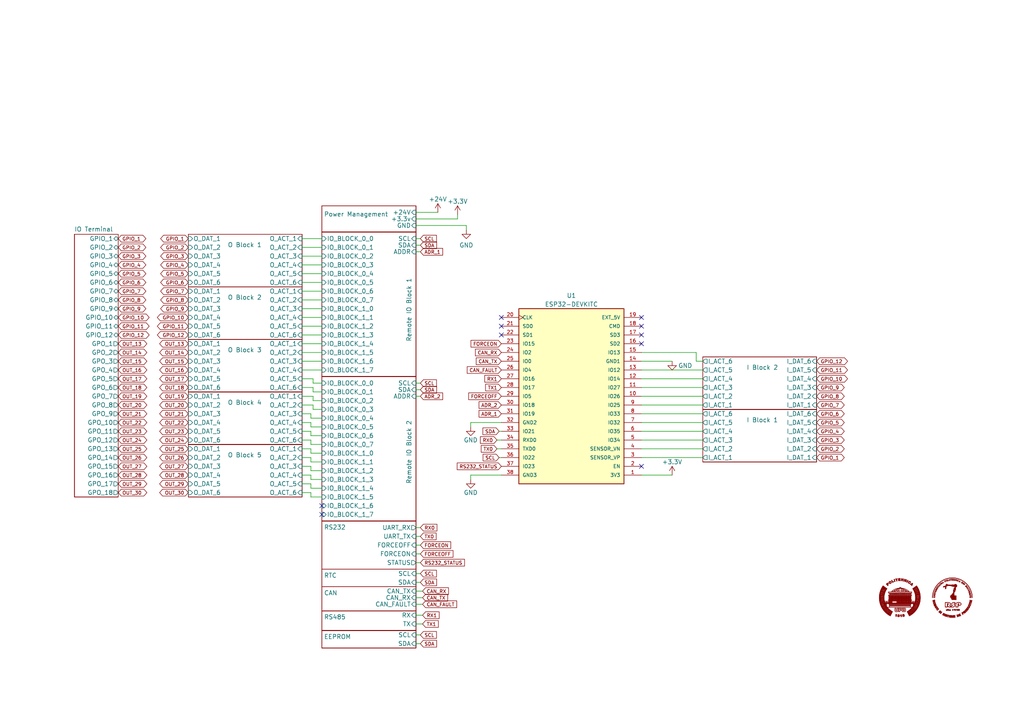
<source format=kicad_sch>
(kicad_sch (version 20230121) (generator eeschema)
  (paper "A4")
  (title_block (title "PLC CIM") (date "2023-04-23") (rev "1") (company "UPB - FIIR - Roboți și sisteme de producție") (comment 1 "Alexandru-Ioan Anastasiu"))
  (lib_symbols
    (symbol "ESP32-DEVKITC:ESP32-DEVKITC" (pin_names (offset 1.016))
      (property "Reference" "U" (at -15.2572 26.0643 0))
      (property "Value" "ESP32-DEVKITC" (at -15.2563 -27.9698 0))
      (symbol "ESP32-DEVKITC_0_0"
        (pin power_in line (at -20.32 22.86 0) (length 5.08) (name "3V3") (number "1"))
        (pin bidirectional line (at -20.32 0 0) (length 5.08) (name "IO26") (number "10"))
        (pin bidirectional line (at -20.32 -2.54 0) (length 5.08) (name "IO27") (number "11"))
        (pin bidirectional line (at -20.32 -5.08 0) (length 5.08) (name "IO14") (number "12"))
        (pin bidirectional line (at -20.32 -7.62 0) (length 5.08) (name "IO12") (number "13"))
        (pin power_in line (at -20.32 -10.16 0) (length 5.08) (name "GND1") (number "14"))
        (pin bidirectional line (at -20.32 -12.7 0) (length 5.08) (name "IO13") (number "15"))
        (pin bidirectional line (at -20.32 -15.24 0) (length 5.08) (name "SD2") (number "16"))
        (pin bidirectional line (at -20.32 -17.78 0) (length 5.08) (name "SD3") (number "17"))
        (pin bidirectional line (at -20.32 -20.32 0) (length 5.08) (name "CMD") (number "18"))
        (pin power_in line (at -20.32 -22.86 0) (length 5.08) (name "EXT_5V") (number "19"))
        (pin input line (at -20.32 20.32 0) (length 5.08) (name "EN") (number "2"))
        (pin input clock (at 20.32 -22.86 180) (length 5.08) (name "CLK") (number "20"))
        (pin bidirectional line (at 20.32 -20.32 180) (length 5.08) (name "SD0") (number "21"))
        (pin bidirectional line (at 20.32 -17.78 180) (length 5.08) (name "SD1") (number "22"))
        (pin bidirectional line (at 20.32 -15.24 180) (length 5.08) (name "IO15") (number "23"))
        (pin bidirectional line (at 20.32 -12.7 180) (length 5.08) (name "IO2") (number "24"))
        (pin bidirectional line (at 20.32 -10.16 180) (length 5.08) (name "IO0") (number "25"))
        (pin bidirectional line (at 20.32 -7.62 180) (length 5.08) (name "IO4") (number "26"))
        (pin bidirectional line (at 20.32 -5.08 180) (length 5.08) (name "IO16") (number "27"))
        (pin bidirectional line (at 20.32 -2.54 180) (length 5.08) (name "IO17") (number "28"))
        (pin bidirectional line (at 20.32 0 180) (length 5.08) (name "IO5") (number "29"))
        (pin input line (at -20.32 17.78 0) (length 5.08) (name "SENSOR_VP") (number "3"))
        (pin bidirectional line (at 20.32 2.54 180) (length 5.08) (name "IO18") (number "30"))
        (pin bidirectional line (at 20.32 5.08 180) (length 5.08) (name "IO19") (number "31"))
        (pin power_in line (at 20.32 7.62 180) (length 5.08) (name "GND2") (number "32"))
        (pin bidirectional line (at 20.32 10.16 180) (length 5.08) (name "IO21") (number "33"))
        (pin input line (at 20.32 12.7 180) (length 5.08) (name "RXD0") (number "34"))
        (pin output line (at 20.32 15.24 180) (length 5.08) (name "TXD0") (number "35"))
        (pin bidirectional line (at 20.32 17.78 180) (length 5.08) (name "IO22") (number "36"))
        (pin bidirectional line (at 20.32 20.32 180) (length 5.08) (name "IO23") (number "37"))
        (pin power_in line (at 20.32 22.86 180) (length 5.08) (name "GND3") (number "38"))
        (pin input line (at -20.32 15.24 0) (length 5.08) (name "SENSOR_VN") (number "4"))
        (pin bidirectional line (at -20.32 12.7 0) (length 5.08) (name "IO34") (number "5"))
        (pin bidirectional line (at -20.32 10.16 0) (length 5.08) (name "IO35") (number "6"))
        (pin bidirectional line (at -20.32 7.62 0) (length 5.08) (name "IO32") (number "7"))
        (pin bidirectional line (at -20.32 5.08 0) (length 5.08) (name "IO33") (number "8"))
        (pin bidirectional line (at -20.32 2.54 0) (length 5.08) (name "IO25") (number "9"))
      )
    )
    (symbol "logoRSP:LOGO" (pin_names (offset 1.016)))
    (symbol "logoUPB:LOGO" (pin_names (offset 1.016)))
    (symbol "power:+24V" (power) (pin_names (offset 0))
      (property "Value" "+24V" (at 0 3.556 0))
      (symbol "+24V_1_1"
        (pin power_in line (at 0 0 90) (length 0) hide (name "+24V") (number "1"))
      )
    )
    (symbol "power:+3.3V" (power) (pin_names (offset 0))
      (property "Value" "+3.3V" (at 0 3.556 0))
      (symbol "+3.3V_1_1"
        (pin power_in line (at 0 0 90) (length 0) hide (name "+3.3V") (number "1"))
      )
    )
    (symbol "power:GND" (power) (pin_names (offset 0))
      (property "Value" "GND" (at 0 -3.81 0))
      (symbol "GND_1_1"
        (pin power_in line (at 0 0 270) (length 0) hide (name "GND") (number "1"))
      )
    )
  )
  (no_connect (at 186.055 94.615))
  (no_connect (at 186.055 97.155))
  (no_connect (at 186.055 99.695))
  (no_connect (at 186.055 92.075))
  (no_connect (at 145.415 92.075))
  (no_connect (at 145.415 97.155))
  (no_connect (at 186.055 135.255))
  (no_connect (at 93.345 149.225))
  (no_connect (at 93.345 146.685))
  (no_connect (at 145.415 94.615))
  (wire (pts (xy 186.055 125.095) (xy 203.835 125.095)))
  (wire (pts (xy 90.17 125.095) (xy 90.17 126.365)))
  (wire (pts (xy 87.63 86.995) (xy 93.345 86.995)))
  (wire (pts (xy 87.63 135.255) (xy 90.17 135.255)))
  (wire (pts (xy 120.65 73.025) (xy 121.92 73.025)))
  (wire (pts (xy 87.63 130.175) (xy 90.17 130.175)))
  (wire (pts (xy 120.65 71.12) (xy 121.92 71.12)))
  (wire (pts (xy 120.65 63.5) (xy 132.715 63.5)))
  (wire (pts (xy 87.63 107.315) (xy 93.345 107.315)))
  (wire (pts (xy 90.805 116.205) (xy 93.345 116.205)))
  (wire (pts (xy 120.65 153.035) (xy 121.92 153.035)))
  (wire (pts (xy 87.63 79.375) (xy 93.345 79.375)))
  (wire (pts (xy 87.63 122.555) (xy 90.17 122.555)))
  (wire (pts (xy 201.93 104.775) (xy 203.835 104.775)))
  (wire (pts (xy 135.255 65.405) (xy 120.65 65.405)))
  (wire (pts (xy 120.65 171.45) (xy 122.555 171.45)))
  (wire (pts (xy 90.17 140.335) (xy 90.17 141.605)))
  (wire (pts (xy 186.055 102.235) (xy 201.93 102.235)))
  (wire (pts (xy 87.63 114.935) (xy 90.805 114.935)))
  (wire (pts (xy 120.65 158.115) (xy 121.92 158.115)))
  (wire (pts (xy 90.17 120.015) (xy 90.17 121.285)))
  (wire (pts (xy 87.63 92.075) (xy 93.345 92.075)))
  (wire (pts (xy 120.65 173.355) (xy 122.555 173.355)))
  (wire (pts (xy 144.78 132.715) (xy 145.415 132.715)))
  (wire (pts (xy 186.055 107.315) (xy 203.835 107.315)))
  (wire (pts (xy 90.17 132.715) (xy 90.17 133.985)))
  (wire (pts (xy 90.805 114.935) (xy 90.805 116.205)))
  (wire (pts (xy 90.17 135.255) (xy 90.17 136.525)))
  (wire (pts (xy 90.17 130.175) (xy 90.17 131.445)))
  (wire (pts (xy 90.805 113.665) (xy 93.345 113.665)))
  (wire (pts (xy 120.65 175.26) (xy 122.555 175.26)))
  (wire (pts (xy 90.17 127.635) (xy 90.17 128.905)))
  (wire (pts (xy 90.805 109.855) (xy 90.805 111.125)))
  (wire (pts (xy 90.805 111.125) (xy 93.345 111.125)))
  (wire (pts (xy 87.63 132.715) (xy 90.17 132.715)))
  (wire (pts (xy 87.63 69.215) (xy 93.345 69.215)))
  (wire (pts (xy 186.055 130.175) (xy 203.835 130.175)))
  (wire (pts (xy 90.17 139.065) (xy 93.345 139.065)))
  (wire (pts (xy 120.65 69.215) (xy 121.92 69.215)))
  (wire (pts (xy 87.63 76.835) (xy 93.345 76.835)))
  (wire (pts (xy 186.055 122.555) (xy 203.835 122.555)))
  (wire (pts (xy 90.805 112.395) (xy 90.805 113.665)))
  (wire (pts (xy 136.525 122.555) (xy 145.415 122.555)))
  (wire (pts (xy 186.055 137.795) (xy 194.945 137.795)))
  (wire (pts (xy 144.78 125.095) (xy 145.415 125.095)))
  (wire (pts (xy 90.17 126.365) (xy 93.345 126.365)))
  (wire (pts (xy 120.65 155.575) (xy 121.92 155.575)))
  (wire (pts (xy 201.93 102.235) (xy 201.93 104.775)))
  (wire (pts (xy 87.63 140.335) (xy 90.17 140.335)))
  (wire (pts (xy 90.805 117.475) (xy 90.805 118.745)))
  (wire (pts (xy 87.63 97.155) (xy 93.345 97.155)))
  (wire (pts (xy 120.65 178.435) (xy 122.555 178.435)))
  (wire (pts (xy 90.17 137.795) (xy 90.17 139.065)))
  (wire (pts (xy 120.65 113.03) (xy 121.92 113.03)))
  (wire (pts (xy 135.255 66.675) (xy 135.255 65.405)))
  (wire (pts (xy 136.525 123.825) (xy 136.525 122.555)))
  (wire (pts (xy 87.63 104.775) (xy 93.345 104.775)))
  (wire (pts (xy 186.055 109.855) (xy 203.835 109.855)))
  (wire (pts (xy 87.63 112.395) (xy 90.805 112.395)))
  (wire (pts (xy 120.65 166.37) (xy 121.92 166.37)))
  (wire (pts (xy 87.63 120.015) (xy 90.17 120.015)))
  (wire (pts (xy 186.055 127.635) (xy 203.835 127.635)))
  (wire (pts (xy 90.17 141.605) (xy 93.345 141.605)))
  (wire (pts (xy 186.055 104.775) (xy 194.945 104.775)))
  (wire (pts (xy 186.055 112.395) (xy 203.835 112.395)))
  (wire (pts (xy 90.805 118.745) (xy 93.345 118.745)))
  (wire (pts (xy 90.17 131.445) (xy 93.345 131.445)))
  (wire (pts (xy 120.65 114.935) (xy 121.92 114.935)))
  (wire (pts (xy 90.17 136.525) (xy 93.345 136.525)))
  (wire (pts (xy 87.63 125.095) (xy 90.17 125.095)))
  (wire (pts (xy 186.055 132.715) (xy 203.835 132.715)))
  (wire (pts (xy 120.65 61.595) (xy 127 61.595)))
  (wire (pts (xy 90.17 128.905) (xy 93.345 128.905)))
  (wire (pts (xy 90.17 133.985) (xy 93.345 133.985)))
  (wire (pts (xy 186.055 120.015) (xy 203.835 120.015)))
  (wire (pts (xy 90.17 123.825) (xy 93.345 123.825)))
  (wire (pts (xy 87.63 71.755) (xy 93.345 71.755)))
  (wire (pts (xy 87.63 109.855) (xy 90.805 109.855)))
  (wire (pts (xy 90.17 122.555) (xy 90.17 123.825)))
  (wire (pts (xy 186.055 114.935) (xy 203.835 114.935)))
  (wire (pts (xy 136.525 137.795) (xy 145.415 137.795)))
  (wire (pts (xy 120.65 186.69) (xy 121.92 186.69)))
  (wire (pts (xy 144.145 130.175) (xy 145.415 130.175)))
  (wire (pts (xy 186.055 117.475) (xy 203.835 117.475)))
  (wire (pts (xy 120.65 168.91) (xy 121.92 168.91)))
  (wire (pts (xy 87.63 99.695) (xy 93.345 99.695)))
  (wire (pts (xy 120.65 163.195) (xy 121.92 163.195)))
  (wire (pts (xy 132.715 63.5) (xy 132.715 62.23)))
  (wire (pts (xy 120.65 180.975) (xy 122.555 180.975)))
  (wire (pts (xy 87.63 89.535) (xy 93.345 89.535)))
  (wire (pts (xy 87.63 142.875) (xy 90.17 142.875)))
  (wire (pts (xy 87.63 74.295) (xy 93.345 74.295)))
  (wire (pts (xy 90.17 142.875) (xy 90.17 144.145)))
  (wire (pts (xy 87.63 117.475) (xy 90.805 117.475)))
  (wire (pts (xy 144.145 127.635) (xy 145.415 127.635)))
  (wire (pts (xy 87.63 81.915) (xy 93.345 81.915)))
  (wire (pts (xy 120.65 184.15) (xy 121.92 184.15)))
  (wire (pts (xy 90.17 144.145) (xy 93.345 144.145)))
  (wire (pts (xy 120.65 160.655) (xy 121.92 160.655)))
  (wire (pts (xy 87.63 84.455) (xy 93.345 84.455)))
  (wire (pts (xy 90.17 121.285) (xy 93.345 121.285)))
  (wire (pts (xy 87.63 127.635) (xy 90.17 127.635)))
  (wire (pts (xy 136.525 139.065) (xy 136.525 137.795)))
  (wire (pts (xy 87.63 94.615) (xy 93.345 94.615)))
  (wire (pts (xy 87.63 102.235) (xy 93.345 102.235)))
  (wire (pts (xy 87.63 137.795) (xy 90.17 137.795)))
  (wire (pts (xy 120.65 111.125) (xy 121.92 111.125)))
  (global_label "GPIO_3" (shape bidirectional) (at 236.855 127.635 0) (effects (font (size 1 1))) (property "Intersheetrefs" "${INTERSHEET_REFS}" (effects hide)))
  (global_label "GPIO_3" (shape bidirectional) (at 34.29 74.295 0) (effects (font (size 1 1))) (property "Intersheetrefs" "${INTERSHEET_REFS}" (effects hide)))
  (global_label "OUT_18" (shape bidirectional) (at 54.61 112.395 180) (effects (font (size 1 1))) (property "Intersheetrefs" "${INTERSHEET_REFS}" (effects hide)))
  (global_label "RS232_STATUS" (shape input) (at 145.415 135.255 180) (effects (font (size 1 1))) (property "Intersheetrefs" "${INTERSHEET_REFS}" (effects hide)))
  (global_label "GPIO_1" (shape bidirectional) (at 34.29 69.215 0) (effects (font (size 1 1))) (property "Intersheetrefs" "${INTERSHEET_REFS}" (effects hide)))
  (global_label "SDA" (shape input) (at 121.92 186.69 0) (effects (font (size 1 1))) (property "Intersheetrefs" "${INTERSHEET_REFS}" (effects hide)))
  (global_label "TX0" (shape input) (at 144.145 130.175 180) (effects (font (size 1 1))) (property "Intersheetrefs" "${INTERSHEET_REFS}" (effects hide)))
  (global_label "GPIO_5" (shape bidirectional) (at 236.855 122.555 0) (effects (font (size 1 1))) (property "Intersheetrefs" "${INTERSHEET_REFS}" (effects hide)))
  (global_label "GPIO_5" (shape bidirectional) (at 34.29 79.375 0) (effects (font (size 1 1))) (property "Intersheetrefs" "${INTERSHEET_REFS}" (effects hide)))
  (global_label "GPIO_12" (shape bidirectional) (at 54.61 97.155 180) (effects (font (size 1 1))) (property "Intersheetrefs" "${INTERSHEET_REFS}" (effects hide)))
  (global_label "GPIO_3" (shape bidirectional) (at 54.61 74.295 180) (effects (font (size 1 1))) (property "Intersheetrefs" "${INTERSHEET_REFS}" (effects hide)))
  (global_label "OUT_17" (shape bidirectional) (at 34.29 109.855 0) (effects (font (size 1 1))) (property "Intersheetrefs" "${INTERSHEET_REFS}" (effects hide)))
  (global_label "CAN_FAULT" (shape input) (at 145.415 107.315 180) (effects (font (size 1 1))) (property "Intersheetrefs" "${INTERSHEET_REFS}" (effects hide)))
  (global_label "GPIO_6" (shape bidirectional) (at 54.61 81.915 180) (effects (font (size 1 1))) (property "Intersheetrefs" "${INTERSHEET_REFS}" (effects hide)))
  (global_label "GPIO_9" (shape bidirectional) (at 54.61 89.535 180) (effects (font (size 1 1))) (property "Intersheetrefs" "${INTERSHEET_REFS}" (effects hide)))
  (global_label "GPIO_11" (shape bidirectional) (at 34.29 94.615 0) (effects (font (size 1 1))) (property "Intersheetrefs" "${INTERSHEET_REFS}" (effects hide)))
  (global_label "GPIO_9" (shape bidirectional) (at 236.855 112.395 0) (effects (font (size 1 1))) (property "Intersheetrefs" "${INTERSHEET_REFS}" (effects hide)))
  (global_label "FORCEON" (shape input) (at 121.92 158.115 0) (effects (font (size 1 1))) (property "Intersheetrefs" "${INTERSHEET_REFS}" (effects hide)))
  (global_label "RX1" (shape input) (at 122.555 178.435 0) (effects (font (size 1 1))) (property "Intersheetrefs" "${INTERSHEET_REFS}" (effects hide)))
  (global_label "GPIO_1" (shape bidirectional) (at 54.61 69.215 180) (effects (font (size 1 1))) (property "Intersheetrefs" "${INTERSHEET_REFS}" (effects hide)))
  (global_label "CAN_TX" (shape input) (at 145.415 104.775 180) (effects (font (size 1 1))) (property "Intersheetrefs" "${INTERSHEET_REFS}" (effects hide)))
  (global_label "GPIO_8" (shape bidirectional) (at 54.61 86.995 180) (effects (font (size 1 1))) (property "Intersheetrefs" "${INTERSHEET_REFS}" (effects hide)))
  (global_label "OUT_21" (shape bidirectional) (at 54.61 120.015 180) (effects (font (size 1 1))) (property "Intersheetrefs" "${INTERSHEET_REFS}" (effects hide)))
  (global_label "RX1" (shape input) (at 145.415 109.855 180) (effects (font (size 1 1))) (property "Intersheetrefs" "${INTERSHEET_REFS}" (effects hide)))
  (global_label "OUT_16" (shape bidirectional) (at 54.61 107.315 180) (effects (font (size 1 1))) (property "Intersheetrefs" "${INTERSHEET_REFS}" (effects hide)))
  (global_label "OUT_24" (shape bidirectional) (at 34.29 127.635 0) (effects (font (size 1 1))) (property "Intersheetrefs" "${INTERSHEET_REFS}" (effects hide)))
  (global_label "OUT_19" (shape bidirectional) (at 54.61 114.935 180) (effects (font (size 1 1))) (property "Intersheetrefs" "${INTERSHEET_REFS}" (effects hide)))
  (global_label "SDA" (shape input) (at 121.92 71.12 0) (effects (font (size 1 1))) (property "Intersheetrefs" "${INTERSHEET_REFS}" (effects hide)))
  (global_label "CAN_RX" (shape input) (at 122.555 171.45 0) (effects (font (size 1 1))) (property "Intersheetrefs" "${INTERSHEET_REFS}" (effects hide)))
  (global_label "CAN_RX" (shape input) (at 145.415 102.235 180) (effects (font (size 1 1))) (property "Intersheetrefs" "${INTERSHEET_REFS}" (effects hide)))
  (global_label "GPIO_7" (shape bidirectional) (at 34.29 84.455 0) (effects (font (size 1 1))) (property "Intersheetrefs" "${INTERSHEET_REFS}" (effects hide)))
  (global_label "GPIO_8" (shape bidirectional) (at 34.29 86.995 0) (effects (font (size 1 1))) (property "Intersheetrefs" "${INTERSHEET_REFS}" (effects hide)))
  (global_label "SCL" (shape input) (at 121.92 184.15 0) (effects (font (size 1 1))) (property "Intersheetrefs" "${INTERSHEET_REFS}" (effects hide)))
  (global_label "OUT_30" (shape bidirectional) (at 34.29 142.875 0) (effects (font (size 1 1))) (property "Intersheetrefs" "${INTERSHEET_REFS}" (effects hide)))
  (global_label "SCL" (shape input) (at 121.92 166.37 0) (effects (font (size 1 1))) (property "Intersheetrefs" "${INTERSHEET_REFS}" (effects hide)))
  (global_label "ADR_2" (shape input) (at 145.415 117.475 180) (effects (font (size 1 1))) (property "Intersheetrefs" "${INTERSHEET_REFS}" (effects hide)))
  (global_label "CAN_TX" (shape input) (at 122.555 173.355 0) (effects (font (size 1 1))) (property "Intersheetrefs" "${INTERSHEET_REFS}" (effects hide)))
  (global_label "FORCEOFF" (shape input) (at 145.415 114.935 180) (effects (font (size 1 1))) (property "Intersheetrefs" "${INTERSHEET_REFS}" (effects hide)))
  (global_label "GPIO_9" (shape bidirectional) (at 34.29 89.535 0) (effects (font (size 1 1))) (property "Intersheetrefs" "${INTERSHEET_REFS}" (effects hide)))
  (global_label "OUT_25" (shape bidirectional) (at 54.61 130.175 180) (effects (font (size 1 1))) (property "Intersheetrefs" "${INTERSHEET_REFS}" (effects hide)))
  (global_label "OUT_24" (shape bidirectional) (at 54.61 127.635 180) (effects (font (size 1 1))) (property "Intersheetrefs" "${INTERSHEET_REFS}" (effects hide)))
  (global_label "GPIO_2" (shape bidirectional) (at 236.855 130.175 0) (effects (font (size 1 1))) (property "Intersheetrefs" "${INTERSHEET_REFS}" (effects hide)))
  (global_label "OUT_15" (shape bidirectional) (at 34.29 104.775 0) (effects (font (size 1 1))) (property "Intersheetrefs" "${INTERSHEET_REFS}" (effects hide)))
  (global_label "GPIO_4" (shape bidirectional) (at 54.61 76.835 180) (effects (font (size 1 1))) (property "Intersheetrefs" "${INTERSHEET_REFS}" (effects hide)))
  (global_label "GPIO_10" (shape bidirectional) (at 236.855 109.855 0) (effects (font (size 1 1))) (property "Intersheetrefs" "${INTERSHEET_REFS}" (effects hide)))
  (global_label "OUT_30" (shape bidirectional) (at 54.61 142.875 180) (effects (font (size 1 1))) (property "Intersheetrefs" "${INTERSHEET_REFS}" (effects hide)))
  (global_label "FORCEON" (shape input) (at 145.415 99.695 180) (effects (font (size 1 1))) (property "Intersheetrefs" "${INTERSHEET_REFS}" (effects hide)))
  (global_label "SDA" (shape input) (at 121.92 113.03 0) (effects (font (size 1 1))) (property "Intersheetrefs" "${INTERSHEET_REFS}" (effects hide)))
  (global_label "TX1" (shape input) (at 122.555 180.975 0) (effects (font (size 1 1))) (property "Intersheetrefs" "${INTERSHEET_REFS}" (effects hide)))
  (global_label "OUT_28" (shape bidirectional) (at 34.29 137.795 0) (effects (font (size 1 1))) (property "Intersheetrefs" "${INTERSHEET_REFS}" (effects hide)))
  (global_label "SDA" (shape input) (at 121.92 168.91 0) (effects (font (size 1 1))) (property "Intersheetrefs" "${INTERSHEET_REFS}" (effects hide)))
  (global_label "GPIO_2" (shape bidirectional) (at 34.29 71.755 0) (effects (font (size 1 1))) (property "Intersheetrefs" "${INTERSHEET_REFS}" (effects hide)))
  (global_label "ADR_2" (shape input) (at 121.92 114.935 0) (effects (font (size 1 1))) (property "Intersheetrefs" "${INTERSHEET_REFS}" (effects hide)))
  (global_label "GPIO_7" (shape bidirectional) (at 236.855 117.475 0) (effects (font (size 1 1))) (property "Intersheetrefs" "${INTERSHEET_REFS}" (effects hide)))
  (global_label "GPIO_10" (shape bidirectional) (at 34.29 92.075 0) (effects (font (size 1 1))) (property "Intersheetrefs" "${INTERSHEET_REFS}" (effects hide)))
  (global_label "GPIO_8" (shape bidirectional) (at 236.855 114.935 0) (effects (font (size 1 1))) (property "Intersheetrefs" "${INTERSHEET_REFS}" (effects hide)))
  (global_label "OUT_20" (shape bidirectional) (at 34.29 117.475 0) (effects (font (size 1 1))) (property "Intersheetrefs" "${INTERSHEET_REFS}" (effects hide)))
  (global_label "OUT_22" (shape bidirectional) (at 34.29 122.555 0) (effects (font (size 1 1))) (property "Intersheetrefs" "${INTERSHEET_REFS}" (effects hide)))
  (global_label "GPIO_6" (shape bidirectional) (at 236.855 120.015 0) (effects (font (size 1 1))) (property "Intersheetrefs" "${INTERSHEET_REFS}" (effects hide)))
  (global_label "RX0" (shape input) (at 121.92 153.035 0) (effects (font (size 1 1))) (property "Intersheetrefs" "${INTERSHEET_REFS}" (effects hide)))
  (global_label "OUT_20" (shape bidirectional) (at 54.61 117.475 180) (effects (font (size 1 1))) (property "Intersheetrefs" "${INTERSHEET_REFS}" (effects hide)))
  (global_label "OUT_13" (shape bidirectional) (at 34.29 99.695 0) (effects (font (size 1 1))) (property "Intersheetrefs" "${INTERSHEET_REFS}" (effects hide)))
  (global_label "OUT_26" (shape bidirectional) (at 34.29 132.715 0) (effects (font (size 1 1))) (property "Intersheetrefs" "${INTERSHEET_REFS}" (effects hide)))
  (global_label "OUT_28" (shape bidirectional) (at 54.61 137.795 180) (effects (font (size 1 1))) (property "Intersheetrefs" "${INTERSHEET_REFS}" (effects hide)))
  (global_label "OUT_29" (shape bidirectional) (at 34.29 140.335 0) (effects (font (size 1 1))) (property "Intersheetrefs" "${INTERSHEET_REFS}" (effects hide)))
  (global_label "RS232_STATUS" (shape input) (at 121.92 163.195 0) (effects (font (size 1 1))) (property "Intersheetrefs" "${INTERSHEET_REFS}" (effects hide)))
  (global_label "OUT_13" (shape bidirectional) (at 54.61 99.695 180) (effects (font (size 1 1))) (property "Intersheetrefs" "${INTERSHEET_REFS}" (effects hide)))
  (global_label "SCL" (shape input) (at 144.78 132.715 180) (effects (font (size 1 1))) (property "Intersheetrefs" "${INTERSHEET_REFS}" (effects hide)))
  (global_label "OUT_14" (shape bidirectional) (at 54.61 102.235 180) (effects (font (size 1 1))) (property "Intersheetrefs" "${INTERSHEET_REFS}" (effects hide)))
  (global_label "OUT_15" (shape bidirectional) (at 54.61 104.775 180) (effects (font (size 1 1))) (property "Intersheetrefs" "${INTERSHEET_REFS}" (effects hide)))
  (global_label "SDA" (shape input) (at 144.78 125.095 180) (effects (font (size 1 1))) (property "Intersheetrefs" "${INTERSHEET_REFS}" (effects hide)))
  (global_label "GPIO_6" (shape bidirectional) (at 34.29 81.915 0) (effects (font (size 1 1))) (property "Intersheetrefs" "${INTERSHEET_REFS}" (effects hide)))
  (global_label "SCL" (shape input) (at 121.92 69.215 0) (effects (font (size 1 1))) (property "Intersheetrefs" "${INTERSHEET_REFS}" (effects hide)))
  (global_label "RX0" (shape input) (at 144.145 127.635 180) (effects (font (size 1 1))) (property "Intersheetrefs" "${INTERSHEET_REFS}" (effects hide)))
  (global_label "OUT_29" (shape bidirectional) (at 54.61 140.335 180) (effects (font (size 1 1))) (property "Intersheetrefs" "${INTERSHEET_REFS}" (effects hide)))
  (global_label "ADR_1" (shape input) (at 121.92 73.025 0) (effects (font (size 1 1))) (property "Intersheetrefs" "${INTERSHEET_REFS}" (effects hide)))
  (global_label "GPIO_1" (shape bidirectional) (at 236.855 132.715 0) (effects (font (size 1 1))) (property "Intersheetrefs" "${INTERSHEET_REFS}" (effects hide)))
  (global_label "GPIO_5" (shape bidirectional) (at 54.61 79.375 180) (effects (font (size 1 1))) (property "Intersheetrefs" "${INTERSHEET_REFS}" (effects hide)))
  (global_label "OUT_18" (shape bidirectional) (at 34.29 112.395 0) (effects (font (size 1 1))) (property "Intersheetrefs" "${INTERSHEET_REFS}" (effects hide)))
  (global_label "GPIO_11" (shape bidirectional) (at 54.61 94.615 180) (effects (font (size 1 1))) (property "Intersheetrefs" "${INTERSHEET_REFS}" (effects hide)))
  (global_label "GPIO_10" (shape bidirectional) (at 54.61 92.075 180) (effects (font (size 1 1))) (property "Intersheetrefs" "${INTERSHEET_REFS}" (effects hide)))
  (global_label "GPIO_12" (shape bidirectional) (at 34.29 97.155 0) (effects (font (size 1 1))) (property "Intersheetrefs" "${INTERSHEET_REFS}" (effects hide)))
  (global_label "OUT_23" (shape bidirectional) (at 34.29 125.095 0) (effects (font (size 1 1))) (property "Intersheetrefs" "${INTERSHEET_REFS}" (effects hide)))
  (global_label "TX0" (shape input) (at 121.92 155.575 0) (effects (font (size 1 1))) (property "Intersheetrefs" "${INTERSHEET_REFS}" (effects hide)))
  (global_label "SCL" (shape input) (at 121.92 111.125 0) (effects (font (size 1 1))) (property "Intersheetrefs" "${INTERSHEET_REFS}" (effects hide)))
  (global_label "OUT_27" (shape bidirectional) (at 34.29 135.255 0) (effects (font (size 1 1))) (property "Intersheetrefs" "${INTERSHEET_REFS}" (effects hide)))
  (global_label "OUT_25" (shape bidirectional) (at 34.29 130.175 0) (effects (font (size 1 1))) (property "Intersheetrefs" "${INTERSHEET_REFS}" (effects hide)))
  (global_label "GPIO_7" (shape bidirectional) (at 54.61 84.455 180) (effects (font (size 1 1))) (property "Intersheetrefs" "${INTERSHEET_REFS}" (effects hide)))
  (global_label "OUT_19" (shape bidirectional) (at 34.29 114.935 0) (effects (font (size 1 1))) (property "Intersheetrefs" "${INTERSHEET_REFS}" (effects hide)))
  (global_label "OUT_22" (shape bidirectional) (at 54.61 122.555 180) (effects (font (size 1 1))) (property "Intersheetrefs" "${INTERSHEET_REFS}" (effects hide)))
  (global_label "GPIO_12" (shape bidirectional) (at 236.855 104.775 0) (effects (font (size 1 1))) (property "Intersheetrefs" "${INTERSHEET_REFS}" (effects hide)))
  (global_label "GPIO_4" (shape bidirectional) (at 34.29 76.835 0) (effects (font (size 1 1))) (property "Intersheetrefs" "${INTERSHEET_REFS}" (effects hide)))
  (global_label "OUT_27" (shape bidirectional) (at 54.61 135.255 180) (effects (font (size 1 1))) (property "Intersheetrefs" "${INTERSHEET_REFS}" (effects hide)))
  (global_label "GPIO_2" (shape bidirectional) (at 54.61 71.755 180) (effects (font (size 1 1))) (property "Intersheetrefs" "${INTERSHEET_REFS}" (effects hide)))
  (global_label "GPIO_4" (shape bidirectional) (at 236.855 125.095 0) (effects (font (size 1 1))) (property "Intersheetrefs" "${INTERSHEET_REFS}" (effects hide)))
  (global_label "OUT_21" (shape bidirectional) (at 34.29 120.015 0) (effects (font (size 1 1))) (property "Intersheetrefs" "${INTERSHEET_REFS}" (effects hide)))
  (global_label "OUT_23" (shape bidirectional) (at 54.61 125.095 180) (effects (font (size 1 1))) (property "Intersheetrefs" "${INTERSHEET_REFS}" (effects hide)))
  (global_label "OUT_17" (shape bidirectional) (at 54.61 109.855 180) (effects (font (size 1 1))) (property "Intersheetrefs" "${INTERSHEET_REFS}" (effects hide)))
  (global_label "OUT_16" (shape bidirectional) (at 34.29 107.315 0) (effects (font (size 1 1))) (property "Intersheetrefs" "${INTERSHEET_REFS}" (effects hide)))
  (global_label "FORCEOFF" (shape input) (at 121.92 160.655 0) (effects (font (size 1 1))) (property "Intersheetrefs" "${INTERSHEET_REFS}" (effects hide)))
  (global_label "GPIO_11" (shape bidirectional) (at 236.855 107.315 0) (effects (font (size 1 1))) (property "Intersheetrefs" "${INTERSHEET_REFS}" (effects hide)))
  (global_label "OUT_26" (shape bidirectional) (at 54.61 132.715 180) (effects (font (size 1 1))) (property "Intersheetrefs" "${INTERSHEET_REFS}" (effects hide)))
  (global_label "CAN_FAULT" (shape input) (at 122.555 175.26 0) (effects (font (size 1 1))) (property "Intersheetrefs" "${INTERSHEET_REFS}" (effects hide)))
  (global_label "OUT_14" (shape bidirectional) (at 34.29 102.235 0) (effects (font (size 1 1))) (property "Intersheetrefs" "${INTERSHEET_REFS}" (effects hide)))
  (global_label "TX1" (shape input) (at 145.415 112.395 180) (effects (font (size 1 1))) (property "Intersheetrefs" "${INTERSHEET_REFS}" (effects hide)))
  (global_label "ADR_1" (shape input) (at 145.415 120.015 180) (effects (font (size 1 1))) (property "Intersheetrefs" "${INTERSHEET_REFS}" (effects hide)))
  (symbol (lib_id "power:GND") (at 135.255 66.675 0) (unit 1)
    (property "Reference" "#PWR088" (effects hide))
    (property "Value" "GND" (at 135.255 71.12 0))
  )
  (symbol (lib_id "power:+3.3V") (at 194.945 137.795 0) (unit 1)
    (property "Reference" "#PWR087" (effects hide))
    (property "Value" "+3.3V" (at 194.945 133.985 0))
  )
  (symbol (lib_id "power:GND") (at 194.945 104.775 0) (unit 1)
    (property "Reference" "#PWR073" (effects hide))
    (property "Value" "GND" (at 198.755 106.045 0))
  )
  (symbol (lib_id "ESP32-DEVKITC:ESP32-DEVKITC") (at 165.735 114.935 180) (unit 1)
    (property "Reference" "U1" (at 165.735 85.725 0))
    (property "Value" "ESP32-DEVKITC" (at 165.735 88.265 0))
    (property "Footprint" "SnapEDA Library:MODULE_ESP32-DEVKITC" (effects hide))
    (property "Datasheet" "https://docs.espressif.com/projects/esp-idf/en/latest/esp32/hw-reference/esp32/get-started-devkitc.html" (effects hide))
    (property "STANDARD" "Manufacturer Recommendations" (effects hide))
    (property "PARTREV" "N/A" (effects hide))
    (property "Manufacturer_Name" "Espressif" (effects hide))
    (property "Manufacturer_Part_Number" "ESP32-DevKitC V4" (effects hide))
    (property "Mouser Part Number" "356-ESP32-DEVKITC" (effects hide))
    (property "Mouser Price/Stock" "https://eu.mouser.com/ProductDetail/Espressif-Systems/ESP32-DevKitC?qs=chTDxNqvsyn3pn4VyZwnyQ%3D%3D" (effects hide))
  )
  (symbol (lib_id "power:GND") (at 136.525 139.065 0) (unit 1)
    (property "Reference" "#PWR079" (effects hide))
    (property "Value" "GND" (at 136.525 142.875 0))
  )
  (symbol (lib_id "power:GND") (at 136.525 123.825 0) (unit 1)
    (property "Reference" "#PWR080" (effects hide))
    (property "Value" "GND" (at 136.525 127.635 0))
  )
  (symbol (lib_id "power:+3.3V") (at 132.715 62.23 0) (unit 1)
    (property "Reference" "#PWR084" (effects hide))
    (property "Value" "+3.3V" (at 132.715 58.42 0))
  )
  (symbol (lib_id "logoUPB:LOGO") (at 260.985 173.355 0) (unit 1)
    (property "Reference" "#G2" (effects hide))
    (property "Value" "LOGO" (effects hide))
  )
  (symbol (lib_id "logoRSP:LOGO") (at 276.225 173.355 0) (unit 1)
    (property "Reference" "#G1" (effects hide))
    (property "Value" "LOGO" (effects hide))
  )
  (symbol (lib_id "power:+24V") (at 127 61.595 0) (unit 1)
    (property "Reference" "#PWR086" (effects hide))
    (property "Value" "+24V" (at 127 57.785 0))
  )
  (sheet (at 54.61 128.905) (size 33.02 15.24) (stroke (width 0.1524))
    (property "Sheetname" "O Block 5" (at 66.04 132.715 0) (effects (justify left bottom)))
    (property "Sheetfile" "IO_Block_1.kicad_sch" (effects hide))
    (pin "O_DAT_2" input (at 54.61 132.715 180))
    (pin "O_ACT_1" input (at 87.63 130.175 0))
    (pin "O_DAT_3" input (at 54.61 135.255 180))
    (pin "O_DAT_1" input (at 54.61 130.175 180))
    (pin "O_ACT_3" input (at 87.63 135.255 0))
    (pin "O_ACT_2" input (at 87.63 132.715 0))
    (pin "O_DAT_6" input (at 54.61 142.875 180))
    (pin "O_ACT_5" input (at 87.63 140.335 0))
    (pin "O_ACT_4" input (at 87.63 137.795 0))
    (pin "O_ACT_6" input (at 87.63 142.875 0))
    (pin "O_DAT_5" input (at 54.61 140.335 180))
    (pin "O_DAT_4" input (at 54.61 137.795 180))
  )
  (sheet (at 93.345 151.13) (size 27.305 13.97) (stroke (width 0.1524))
    (property "Sheetname" "RS232" (at 93.98 153.67 0) (effects (justify left bottom)))
    (property "Sheetfile" "RS232.kicad_sch" (effects hide))
    (pin "UART_TX" input (at 120.65 155.575 0))
    (pin "UART_RX" output (at 120.65 153.035 0))
    (pin "FORCEOFF" input (at 120.65 158.115 0))
    (pin "FORCEON" input (at 120.65 160.655 0))
    (pin "STATUS" output (at 120.65 163.195 0))
  )
  (sheet (at 54.61 113.665) (size 33.02 15.24) (stroke (width 0.1524))
    (property "Sheetname" "O Block 4" (at 66.04 117.475 0) (effects (justify left bottom)))
    (property "Sheetfile" "IO_Block_1.kicad_sch" (effects hide))
    (pin "O_DAT_2" input (at 54.61 117.475 180))
    (pin "O_ACT_1" input (at 87.63 114.935 0))
    (pin "O_DAT_3" input (at 54.61 120.015 180))
    (pin "O_DAT_1" input (at 54.61 114.935 180))
    (pin "O_ACT_3" input (at 87.63 120.015 0))
    (pin "O_ACT_2" input (at 87.63 117.475 0))
    (pin "O_DAT_6" input (at 54.61 127.635 180))
    (pin "O_ACT_5" input (at 87.63 125.095 0))
    (pin "O_ACT_4" input (at 87.63 122.555 0))
    (pin "O_ACT_6" input (at 87.63 127.635 0))
    (pin "O_DAT_5" input (at 54.61 125.095 180))
    (pin "O_DAT_4" input (at 54.61 122.555 180))
  )
  (sheet (at 93.345 67.31) (size 27.305 41.91) (stroke (width 0.1524))
    (property "Sheetname" "Remote IO Block 1" (at 119.38 99.06 90) (effects (justify left bottom)))
    (property "Sheetfile" "remoteIOBlock.kicad_sch" (effects hide))
    (pin "SDA" input (at 120.65 71.12 0))
    (pin "SCL" input (at 120.65 69.215 0))
    (pin "IO_BLOCK_1_6" input (at 93.345 104.775 180))
    (pin "IO_BLOCK_1_3" input (at 93.345 97.155 180))
    (pin "IO_BLOCK_1_7" input (at 93.345 107.315 180))
    (pin "IO_BLOCK_1_4" input (at 93.345 99.695 180))
    (pin "IO_BLOCK_1_5" input (at 93.345 102.235 180))
    (pin "ADDR" input (at 120.65 73.025 0))
    (pin "IO_BLOCK_1_0" input (at 93.345 89.535 180))
    (pin "IO_BLOCK_1_1" input (at 93.345 92.075 180))
    (pin "IO_BLOCK_1_2" input (at 93.345 94.615 180))
    (pin "IO_BLOCK_0_4" input (at 93.345 79.375 180))
    (pin "IO_BLOCK_0_5" input (at 93.345 81.915 180))
    (pin "IO_BLOCK_0_6" input (at 93.345 84.455 180))
    (pin "IO_BLOCK_0_7" input (at 93.345 86.995 180))
    (pin "IO_BLOCK_0_0" input (at 93.345 69.215 180))
    (pin "IO_BLOCK_0_1" input (at 93.345 71.755 180))
    (pin "IO_BLOCK_0_2" input (at 93.345 74.295 180))
    (pin "IO_BLOCK_0_3" input (at 93.345 76.835 180))
  )
  (sheet (at 54.61 98.425) (size 33.02 15.24) (stroke (width 0.1524))
    (property "Sheetname" "O Block 3" (at 66.04 102.235 0) (effects (justify left bottom)))
    (property "Sheetfile" "IO_Block_1.kicad_sch" (effects hide))
    (pin "O_DAT_2" input (at 54.61 102.235 180))
    (pin "O_ACT_1" input (at 87.63 99.695 0))
    (pin "O_DAT_3" input (at 54.61 104.775 180))
    (pin "O_DAT_1" input (at 54.61 99.695 180))
    (pin "O_ACT_3" input (at 87.63 104.775 0))
    (pin "O_ACT_2" input (at 87.63 102.235 0))
    (pin "O_DAT_6" input (at 54.61 112.395 180))
    (pin "O_ACT_5" input (at 87.63 109.855 0))
    (pin "O_ACT_4" input (at 87.63 107.315 0))
    (pin "O_ACT_6" input (at 87.63 112.395 0))
    (pin "O_DAT_5" input (at 54.61 109.855 180))
    (pin "O_DAT_4" input (at 54.61 107.315 180))
  )
  (sheet (at 93.345 59.69) (size 27.305 7.62) (stroke (width 0.1524))
    (property "Sheetname" "Power Management" (at 93.98 62.865 0) (effects (justify left bottom)))
    (property "Sheetfile" "PM.kicad_sch" (effects hide))
    (pin "+24V" input (at 120.65 61.595 0))
    (pin "GND" input (at 120.65 65.405 0))
    (pin "+3.3v" input (at 120.65 63.5 0))
  )
  (sheet (at 93.345 165.1) (size 27.305 5.08) (stroke (width 0.1524))
    (property "Sheetname" "RTC" (at 93.98 167.64 0) (effects (justify left bottom)))
    (property "Sheetfile" "RTC.kicad_sch" (effects hide))
    (pin "SCL" input (at 120.65 166.37 0))
    (pin "SDA" input (at 120.65 168.91 0))
  )
  (sheet (at 93.345 177.165) (size 27.305 5.715) (stroke (width 0.1524))
    (property "Sheetname" "RS485" (at 93.98 179.705 0) (effects (justify left bottom)))
    (property "Sheetfile" "RS485.kicad_sch" (effects hide))
    (pin "TX" input (at 120.65 180.975 0))
    (pin "RX" input (at 120.65 178.435 0))
  )
  (sheet (at 93.345 182.88) (size 27.305 5.08) (stroke (width 0.1524))
    (property "Sheetname" "EEPROM" (at 93.98 185.42 0) (effects (justify left bottom)))
    (property "Sheetfile" "EEPROM.kicad_sch" (effects hide))
    (pin "SCL" input (at 120.65 184.15 0))
    (pin "SDA" input (at 120.65 186.69 0))
  )
  (sheet (at 93.345 170.18) (size 27.305 6.985) (stroke (width 0.1524))
    (property "Sheetname" "CAN" (at 93.98 172.72 0) (effects (justify left bottom)))
    (property "Sheetfile" "CanXCIEVER.kicad_sch" (effects hide))
    (pin "CAN_TX" input (at 120.65 171.45 0))
    (pin "CAN_RX" input (at 120.65 173.355 0))
    (pin "CAN_FAULT" input (at 120.65 175.26 0))
  )
  (sheet (at 93.345 109.22) (size 27.305 41.91) (stroke (width 0.1524))
    (property "Sheetname" "Remote IO Block 2" (at 119.38 140.335 90) (effects (justify left bottom)))
    (property "Sheetfile" "remoteIOBlock.kicad_sch" (effects hide))
    (pin "SDA" input (at 120.65 113.03 0))
    (pin "SCL" input (at 120.65 111.125 0))
    (pin "IO_BLOCK_1_6" input (at 93.345 146.685 180))
    (pin "IO_BLOCK_1_3" input (at 93.345 139.065 180))
    (pin "IO_BLOCK_1_7" input (at 93.345 149.225 180))
    (pin "IO_BLOCK_1_4" input (at 93.345 141.605 180))
    (pin "IO_BLOCK_1_5" input (at 93.345 144.145 180))
    (pin "ADDR" input (at 120.65 114.935 0))
    (pin "IO_BLOCK_1_0" input (at 93.345 131.445 180))
    (pin "IO_BLOCK_1_1" input (at 93.345 133.985 180))
    (pin "IO_BLOCK_1_2" input (at 93.345 136.525 180))
    (pin "IO_BLOCK_0_4" input (at 93.345 121.285 180))
    (pin "IO_BLOCK_0_5" input (at 93.345 123.825 180))
    (pin "IO_BLOCK_0_6" input (at 93.345 126.365 180))
    (pin "IO_BLOCK_0_7" input (at 93.345 128.905 180))
    (pin "IO_BLOCK_0_0" input (at 93.345 111.125 180))
    (pin "IO_BLOCK_0_1" input (at 93.345 113.665 180))
    (pin "IO_BLOCK_0_2" input (at 93.345 116.205 180))
    (pin "IO_BLOCK_0_3" input (at 93.345 118.745 180))
  )
  (sheet (at 203.835 118.745) (size 33.02 15.24) (stroke (width 0.1524))
    (property "Sheetname" "I Block 1" (at 216.535 122.555 0) (effects (justify left bottom)))
    (property "Sheetfile" "I_Block.kicad_sch" (effects hide))
    (pin "I_DAT_5" input (at 236.855 122.555 0))
    (pin "I_DAT_6" input (at 236.855 120.015 0))
    (pin "I_DAT_3" input (at 236.855 127.635 0))
    (pin "I_DAT_4" input (at 236.855 125.095 0))
    (pin "I_DAT_1" input (at 236.855 132.715 0))
    (pin "I_DAT_2" input (at 236.855 130.175 0))
    (pin "I_ACT_1" output (at 203.835 132.715 180))
    (pin "I_ACT_4" output (at 203.835 125.095 180))
    (pin "I_ACT_5" output (at 203.835 122.555 180))
    (pin "I_ACT_6" output (at 203.835 120.015 180))
    (pin "I_ACT_2" output (at 203.835 130.175 180))
    (pin "I_ACT_3" output (at 203.835 127.635 180))
  )
  (sheet (at 54.61 83.185) (size 33.02 15.24) (stroke (width 0.1524))
    (property "Sheetname" "O Block 2" (at 66.04 86.995 0) (effects (justify left bottom)))
    (property "Sheetfile" "IO_Block_1.kicad_sch" (effects hide))
    (pin "O_DAT_2" input (at 54.61 86.995 180))
    (pin "O_ACT_1" input (at 87.63 84.455 0))
    (pin "O_DAT_3" input (at 54.61 89.535 180))
    (pin "O_DAT_1" input (at 54.61 84.455 180))
    (pin "O_ACT_3" input (at 87.63 89.535 0))
    (pin "O_ACT_2" input (at 87.63 86.995 0))
    (pin "O_DAT_6" input (at 54.61 97.155 180))
    (pin "O_ACT_5" input (at 87.63 94.615 0))
    (pin "O_ACT_4" input (at 87.63 92.075 0))
    (pin "O_ACT_6" input (at 87.63 97.155 0))
    (pin "O_DAT_5" input (at 54.61 94.615 180))
    (pin "O_DAT_4" input (at 54.61 92.075 180))
  )
  (sheet (at 203.835 103.505) (size 33.02 15.24) (stroke (width 0.1524))
    (property "Sheetname" "I Block 2" (at 216.535 107.315 0) (effects (justify left bottom)))
    (property "Sheetfile" "I_Block.kicad_sch" (effects hide))
    (pin "I_ACT_4" output (at 203.835 109.855 180))
    (pin "I_DAT_5" input (at 236.855 107.315 0))
    (pin "I_ACT_5" output (at 203.835 107.315 180))
    (pin "I_DAT_6" input (at 236.855 104.775 0))
    (pin "I_ACT_6" output (at 203.835 104.775 180))
    (pin "I_DAT_3" input (at 236.855 112.395 0))
    (pin "I_ACT_3" output (at 203.835 112.395 180))
    (pin "I_DAT_4" input (at 236.855 109.855 0))
    (pin "I_DAT_1" input (at 236.855 117.475 0))
    (pin "I_DAT_2" input (at 236.855 114.935 0))
    (pin "I_ACT_1" output (at 203.835 117.475 180))
    (pin "I_ACT_2" output (at 203.835 114.935 180))
  )
  (sheet (at 21.59 67.945) (size 12.7 76.2) (stroke (width 0.1524))
    (property "Sheetname" "IO Terminal" (at 21.59 67.2334 0) (effects (justify left bottom)))
    (property "Sheetfile" "IO_Block.kicad_sch" (effects hide))
    (pin "GPIO_6" bidirectional (at 34.29 81.915 0))
    (pin "GPIO_9" bidirectional (at 34.29 89.535 0))
    (pin "GPIO_7" bidirectional (at 34.29 84.455 0))
    (pin "GPIO_8" bidirectional (at 34.29 86.995 0))
    (pin "GPIO_10" bidirectional (at 34.29 92.075 0))
    (pin "GPO_1" output (at 34.29 99.695 0))
    (pin "GPIO_11" bidirectional (at 34.29 94.615 0))
    (pin "GPIO_12" bidirectional (at 34.29 97.155 0))
    (pin "GPO_4" output (at 34.29 107.315 0))
    (pin "GPO_2" output (at 34.29 102.235 0))
    (pin "GPO_3" output (at 34.29 104.775 0))
    (pin "GPO_7" output (at 34.29 114.935 0))
    (pin "GPO_5" output (at 34.29 109.855 0))
    (pin "GPO_6" output (at 34.29 112.395 0))
    (pin "GPO_8" output (at 34.29 117.475 0))
    (pin "GPIO_4" bidirectional (at 34.29 76.835 0))
    (pin "GPIO_5" bidirectional (at 34.29 79.375 0))
    (pin "GPIO_1" bidirectional (at 34.29 69.215 0))
    (pin "GPIO_3" bidirectional (at 34.29 74.295 0))
    (pin "GPIO_2" bidirectional (at 34.29 71.755 0))
    (pin "GPO_12" output (at 34.29 127.635 0))
    (pin "GPO_13" output (at 34.29 130.175 0))
    (pin "GPO_14" output (at 34.29 132.715 0))
    (pin "GPO_15" output (at 34.29 135.255 0))
    (pin "GPO_16" output (at 34.29 137.795 0))
    (pin "GPO_11" output (at 34.29 125.095 0))
    (pin "GPO_10" output (at 34.29 122.555 0))
    (pin "GPO_17" output (at 34.29 140.335 0))
    (pin "GPO_9" output (at 34.29 120.015 0))
    (pin "GPO_18" output (at 34.29 142.875 0))
  )
  (sheet (at 54.61 67.945) (size 33.02 15.24) (stroke (width 0.1524))
    (property "Sheetname" "O Block 1" (at 66.04 71.755 0) (effects (justify left bottom)))
    (property "Sheetfile" "IO_Block_1.kicad_sch" (effects hide))
    (pin "O_DAT_2" input (at 54.61 71.755 180))
    (pin "O_ACT_1" input (at 87.63 69.215 0))
    (pin "O_DAT_3" input (at 54.61 74.295 180))
    (pin "O_DAT_1" input (at 54.61 69.215 180))
    (pin "O_ACT_3" input (at 87.63 74.295 0))
    (pin "O_ACT_2" input (at 87.63 71.755 0))
    (pin "O_DAT_6" input (at 54.61 81.915 180))
    (pin "O_ACT_5" input (at 87.63 79.375 0))
    (pin "O_ACT_4" input (at 87.63 76.835 0))
    (pin "O_ACT_6" input (at 87.63 81.915 0))
    (pin "O_DAT_5" input (at 54.61 79.375 180))
    (pin "O_DAT_4" input (at 54.61 76.835 180))
  )
)
</source>
